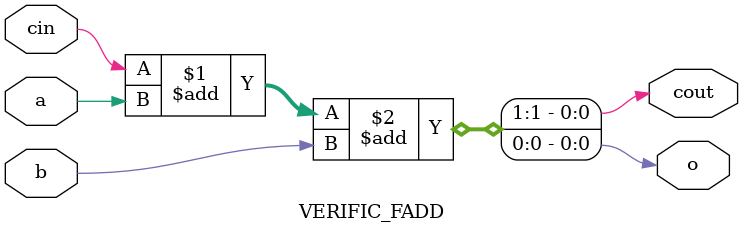
<source format=v>
module VERIFIC_FADD (cin, a, b, cout, o);
  input cin, a, b;
  output cout, o;
  assign {cout, o} = cin + a + b;
endmodule

</source>
